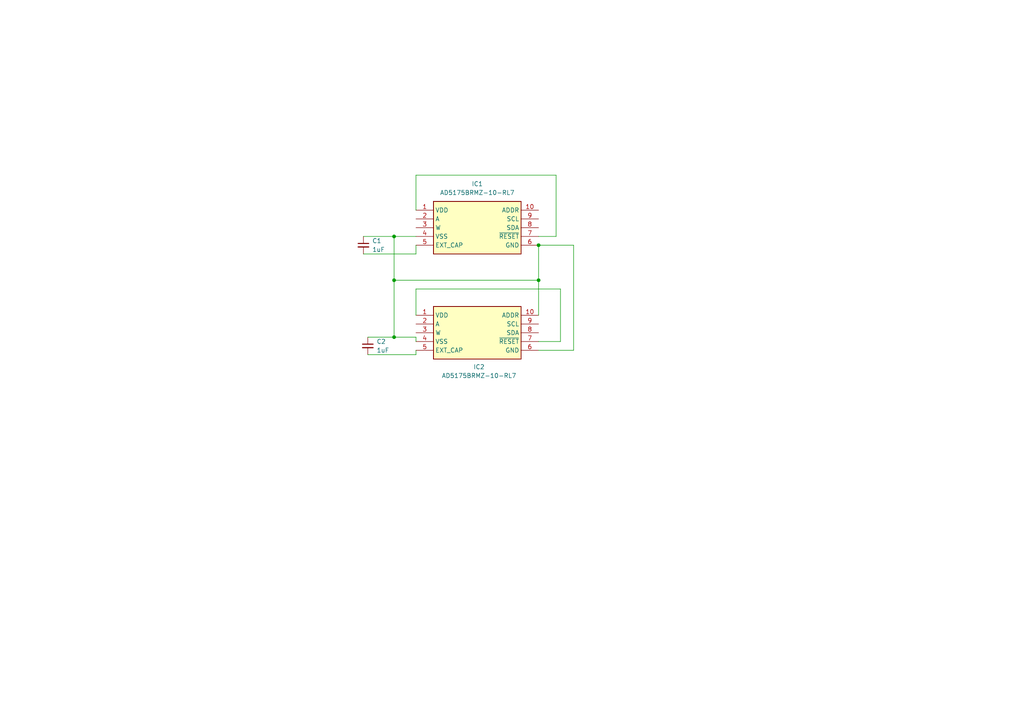
<source format=kicad_sch>
(kicad_sch (version 20231120) (generator "eeschema") (generator_version "8.0")
  (paper "A4")
  (lib_symbols
    (symbol "AD517:AD5175BRMZ-10-RL7"
      (property "Reference" "IC" (at 31.75 7.62 0))
      (property "Value" "AD5175BRMZ-10-RL7" (at 31.75 5.08 0))
      (symbol "AD5175BRMZ-10-RL7_1_1"
        (rectangle (start 5.08 2.54) (end 30.48 -12.7) (stroke (width 0.254)) (fill (type background)))
        (pin passive line (at 0 0 0) (length 5.08) (name "VDD") (number "1"))
        (pin passive line (at 35.56 0 180) (length 5.08) (name "ADDR") (number "10"))
        (pin passive line (at 0 -2.54 0) (length 5.08) (name "A") (number "2"))
        (pin passive line (at 0 -5.08 0) (length 5.08) (name "W") (number "3"))
        (pin passive line (at 0 -7.62 0) (length 5.08) (name "VSS") (number "4"))
        (pin passive line (at 0 -10.16 0) (length 5.08) (name "EXT_CAP") (number "5"))
        (pin passive line (at 35.56 -10.16 180) (length 5.08) (name "GND") (number "6"))
        (pin passive line (at 35.56 -7.62 180) (length 5.08) (name "~{RESET}") (number "7"))
        (pin passive line (at 35.56 -5.08 180) (length 5.08) (name "SDA") (number "8"))
        (pin passive line (at 35.56 -2.54 180) (length 5.08) (name "SCL") (number "9"))
      )
    )
    (symbol "Device:C_Small" (pin_numbers hide) (pin_names (offset 0.254) hide)
      (property "Reference" "C" (at 0.254 1.778 0))
      (property "Value" "C_Small" (at 0.254 -2.032 0))
      (symbol "C_Small_0_1"
        (polyline (pts (xy -1.524 -0.508) (xy 1.524 -0.508)) (stroke (width 0.3302)))
        (polyline (pts (xy -1.524 0.508) (xy 1.524 0.508)) (stroke (width 0.3048)))
      )
      (symbol "C_Small_1_1"
        (pin passive line (at 0 2.54 270) (length 2.032) (name "~") (number "1"))
        (pin passive line (at 0 -2.54 90) (length 2.032) (name "~") (number "2"))
      )
    )
  )
  (junction (at 114.3 81.28))
  (junction (at 114.3 97.79))
  (junction (at 114.3 68.58))
  (junction (at 156.21 71.12))
  (junction (at 156.21 81.28))
  (wire (pts (xy 114.3 68.58) (xy 114.3 81.28)))
  (wire (pts (xy 105.41 73.66) (xy 120.65 73.66)))
  (wire (pts (xy 166.37 71.12) (xy 156.21 71.12)))
  (wire (pts (xy 114.3 81.28) (xy 114.3 97.79)))
  (wire (pts (xy 161.29 50.8) (xy 120.65 50.8)))
  (wire (pts (xy 120.65 73.66) (xy 120.65 71.12)))
  (wire (pts (xy 106.68 102.87) (xy 120.65 102.87)))
  (wire (pts (xy 162.56 83.82) (xy 120.65 83.82)))
  (wire (pts (xy 114.3 97.79) (xy 106.68 97.79)))
  (wire (pts (xy 156.21 81.28) (xy 156.21 91.44)))
  (wire (pts (xy 120.65 99.06) (xy 120.65 97.79)))
  (wire (pts (xy 156.21 99.06) (xy 162.56 99.06)))
  (wire (pts (xy 162.56 99.06) (xy 162.56 83.82)))
  (wire (pts (xy 120.65 83.82) (xy 120.65 91.44)))
  (wire (pts (xy 120.65 97.79) (xy 114.3 97.79)))
  (wire (pts (xy 114.3 68.58) (xy 120.65 68.58)))
  (wire (pts (xy 120.65 102.87) (xy 120.65 101.6)))
  (wire (pts (xy 166.37 101.6) (xy 166.37 71.12)))
  (wire (pts (xy 156.21 81.28) (xy 114.3 81.28)))
  (wire (pts (xy 161.29 68.58) (xy 161.29 50.8)))
  (wire (pts (xy 105.41 68.58) (xy 114.3 68.58)))
  (wire (pts (xy 156.21 101.6) (xy 166.37 101.6)))
  (wire (pts (xy 120.65 50.8) (xy 120.65 60.96)))
  (wire (pts (xy 156.21 71.12) (xy 156.21 81.28)))
  (wire (pts (xy 156.21 68.58) (xy 161.29 68.58)))
  (symbol (lib_id "Device:C_Small") (at 105.41 71.12 0) (unit 1)
    (property "Reference" "C1" (at 107.95 69.8562 0) (effects (justify left)))
    (property "Value" "1uF" (at 107.95 72.3962 0) (effects (justify left)))
    (property "Description" "Unpolarized capacitor, small symbol" (effects (hide yes)))
  )
  (symbol (lib_id "Device:C_Small") (at 106.68 100.33 0) (unit 1)
    (property "Reference" "C2" (at 109.22 99.0662 0) (effects (justify left)))
    (property "Value" "1uF" (at 109.22 101.6062 0) (effects (justify left)))
    (property "Description" "Unpolarized capacitor, small symbol" (effects (hide yes)))
  )
  (symbol (lib_id "AD517:AD5175BRMZ-10-RL7") (at 120.65 91.44 0) (unit 1)
    (property "Reference" "IC2" (at 138.938 106.426 0))
    (property "Value" "AD5175BRMZ-10-RL7" (at 138.938 108.966 0))
    (property "Footprint" "SOP50P490X110-10N" (effects (hide yes)))
    (property "Datasheet" "https://www.analog.com/media/en/technical-documentation/data-sheets/AD5175.pdf" (effects (hide yes)))
    (property "Description" "Digital Potentiometer 10kOhm 1024POS Non-Volatile 10-Pin MSOP T/R" (effects (hide yes)))
    (property "Height" "1.1" (effects (hide yes)))
    (property "Mouser Part Number" "584-AD5175BRMZ-10-R7" (effects (hide yes)))
    (property "Mouser Price/Stock" "https://www.mouser.co.uk/ProductDetail/Analog-Devices/AD5175BRMZ-10-RL7?qs=NmRFExCfTkEU01ax3wpvHQ%3D%3D" (effects (hide yes)))
    (property "Manufacturer_Name" "Analog Devices" (effects (hide yes)))
    (property "Manufacturer_Part_Number" "AD5175BRMZ-10-RL7" (effects (hide yes)))
  )
  (symbol (lib_id "AD517:AD5175BRMZ-10-RL7") (at 120.65 60.96 0) (unit 1)
    (property "Reference" "IC1" (at 138.43 53.34 0))
    (property "Value" "AD5175BRMZ-10-RL7" (at 138.43 55.88 0))
    (property "Footprint" "SOP50P490X110-10N" (effects (hide yes)))
    (property "Datasheet" "https://www.analog.com/media/en/technical-documentation/data-sheets/AD5175.pdf" (effects (hide yes)))
    (property "Description" "Digital Potentiometer 10kOhm 1024POS Non-Volatile 10-Pin MSOP T/R" (effects (hide yes)))
    (property "Height" "1.1" (effects (hide yes)))
    (property "Mouser Part Number" "584-AD5175BRMZ-10-R7" (effects (hide yes)))
    (property "Mouser Price/Stock" "https://www.mouser.co.uk/ProductDetail/Analog-Devices/AD5175BRMZ-10-RL7?qs=NmRFExCfTkEU01ax3wpvHQ%3D%3D" (effects (hide yes)))
    (property "Manufacturer_Name" "Analog Devices" (effects (hide yes)))
    (property "Manufacturer_Part_Number" "AD5175BRMZ-10-RL7" (effects (hide yes)))
  )
)
</source>
